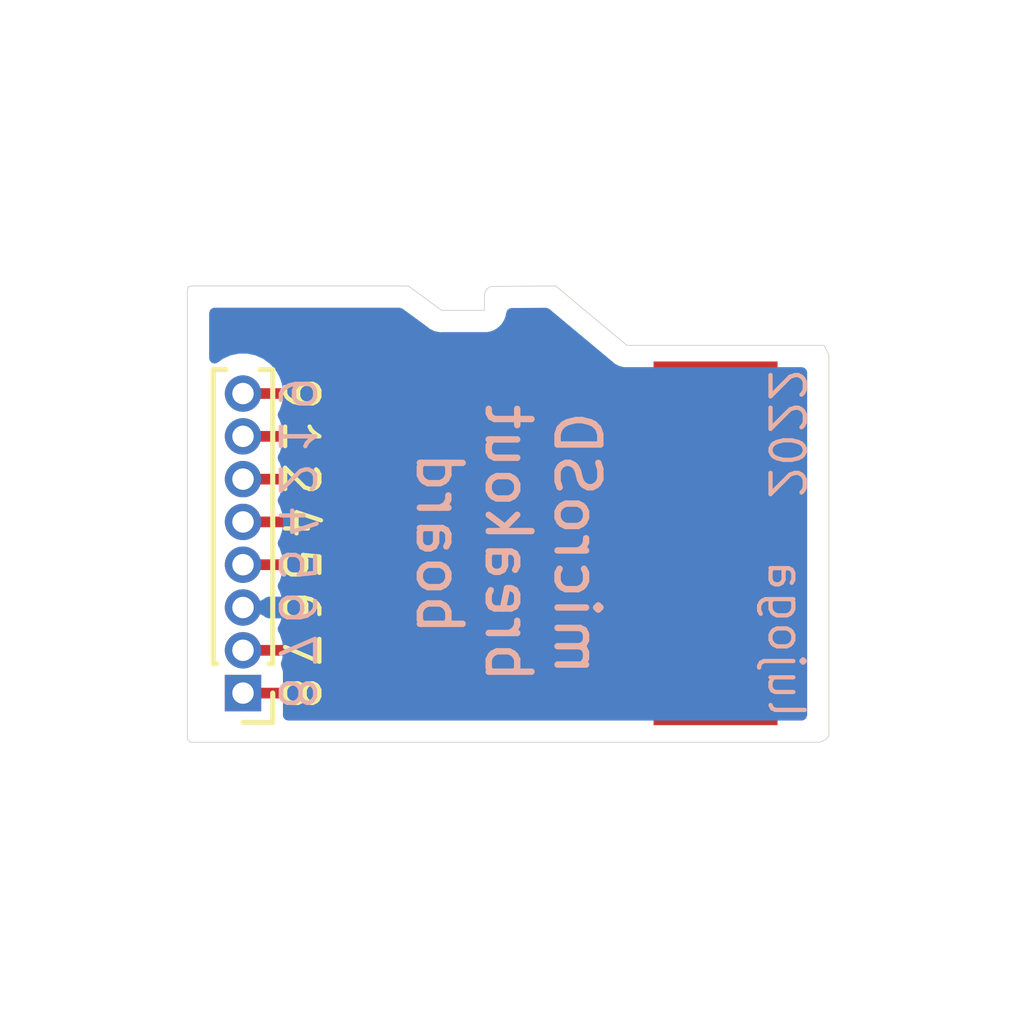
<source format=kicad_pcb>
(kicad_pcb (version 20211014) (generator pcbnew)
  (layers (0 "F.Cu" signal) (31 "B.Cu" signal) (36 "B.SilkS" user "B.Silkscreen") (37 "F.SilkS" user "F.Silkscreen") (38 "B.Mask" user) (39 "F.Mask" user) (44 "Edge.Cuts" user))
  (net 0 "")
  (net 1 "Net-(J1-Pad1)")
  (net 2 "Net-(J1-Pad2)")
  (net 3 "Net-(J1-Pad3)")
  (net 4 "Net-(J1-Pad4)")
  (net 5 "Net-(J1-Pad5)")
  (net 6 "Net-(J1-Pad6)")
  (net 7 "Net-(J1-Pad7)")
  (net 8 "Net-(J1-Pad8)")
  (footprint "kikit:Tab" (layer "F.Cu") (at 144.6 105.25 90)
    (fp_text reference "REF**" hide)
    (fp_text value "Tab")
  )
  (footprint "kikit:Tab" (layer "F.Cu") (at 144.6 94 -90)
    (fp_text reference "REF**" hide)
    (fp_text value "Tab")
  )
  (footprint "kikit:Tab" (layer "F.Cu") (at 154.5 105.25 90)
    (fp_text reference "REF**" hide)
    (fp_text value "Tab")
  )
  (footprint "microsd-breakout:microSD" (layer "F.Cu") (at 142 105)
    (fp_text reference "SD1" hide)
    (fp_text value "Micro_SD_Card")
    (fp_line (start 0.013718 -10.639738) (end 0 -10.53979) (layer "Edge.Cuts") (width 0.02))
    (fp_line (start 0.103867 0) (end 14.774637 0) (layer "Edge.Cuts") (width 0.02))
    (fp_line (start 15.000009 -9.054291) (end 14.888303 -9.275744) (layer "Edge.Cuts") (width 0.02))
    (fp_line (start 5.16593 -10.665214) (end 0.092109 -10.665214) (layer "Edge.Cuts") (width 0.02))
    (fp_line (start 5.943955 -10.094924) (end 5.16593 -10.665214) (layer "Edge.Cuts") (width 0.02))
    (fp_line (start 10.276986 -9.275744) (end 8.611189 -10.665214) (layer "Edge.Cuts") (width 0.02))
    (fp_line (start 6.945392 -10.484916) (end 6.945392 -10.094924) (layer "Edge.Cuts") (width 0.02))
    (fp_line (start 15.000009 -0.151098) (end 15.000009 -9.054291) (layer "Edge.Cuts") (width 0.02))
    (fp_line (start 14.888303 -9.275744) (end 10.276986 -9.275744) (layer "Edge.Cuts") (width 0.02))
    (fp_line (start 0.052914 -0.011955) (end 0.103867 0) (layer "Edge.Cuts") (width 0.02))
    (fp_line (start 0 -0.078587) (end 0.052914 -0.011955) (layer "Edge.Cuts") (width 0.02))
    (fp_line (start 14.919659 -0.059186) (end 15.000009 -0.151098) (layer "Edge.Cuts") (width 0.02))
    (fp_line (start 6.945392 -10.094924) (end 5.943955 -10.094924) (layer "Edge.Cuts") (width 0.02))
    (fp_line (start 7.000266 -10.596623) (end 6.945392 -10.484916) (layer "Edge.Cuts") (width 0.02))
    (fp_line (start 7.094334 -10.653456) (end 7.000266 -10.596623) (layer "Edge.Cuts") (width 0.02))
    (fp_line (start 0 -10.53979) (end 0 -0.078587) (layer "Edge.Cuts") (width 0.02))
    (fp_line (start 14.774637 0) (end 14.919659 -0.059186) (layer "Edge.Cuts") (width 0.02))
    (fp_line (start 8.611189 -10.665214) (end 7.094334 -10.653456) (layer "Edge.Cuts") (width 0.02))
    (fp_line (start 0.092109 -10.665214) (end 0.013718 -10.639738) (layer "Edge.Cuts") (width 0.02))
    (pad "1" connect rect (at 12.35 -7.4) (size 2.9 0.8) (layers "F.Cu" "F.Mask") (net 7 "Net-(J1-Pad7)"))
    (pad "2" connect rect (at 12.35 -6.3) (size 2.9 0.8) (layers "F.Cu" "F.Mask") (net 6 "Net-(J1-Pad6)"))
    (pad "4" connect rect (at 12.5 -5.2) (size 3.2 0.8) (layers "F.Cu" "F.Mask") (net 5 "Net-(J1-Pad5)"))
    (pad "5" connect rect (at 12.35 -4.1) (size 2.9 0.8) (layers "F.Cu" "F.Mask") (net 4 "Net-(J1-Pad4)"))
    (pad "6" connect rect (at 12.5 -3) (size 3.2 0.8) (layers "F.Cu" "F.Mask") (net 3 "Net-(J1-Pad3)"))
    (pad "7" connect rect (at 12.35 -1.9) (size 2.9 0.8) (layers "F.Cu" "F.Mask") (net 2 "Net-(J1-Pad2)"))
    (pad "8" connect rect (at 12.35 -0.8) (size 2.9 0.8) (layers "F.Cu" "F.Mask") (net 1 "Net-(J1-Pad1)"))
    (pad "9" connect rect (at 12.35 -8.5) (size 2.9 0.8) (layers "F.Cu" "F.Mask") (net 8 "Net-(J1-Pad8)"))
  )
  (footprint "Connector_PinHeader_1.00mm:PinHeader_1x08_P1.00mm_Vertical" (layer "F.Cu") (at 143.3 103.85 180)
    (fp_text reference "J1" hide)
    (fp_text value "Conn_01x08")
    (fp_line (start -0.695 0.685) (end -0.608276 0.685) (layer "F.SilkS") (width 0.12))
    (fp_line (start 0.608276 0.685) (end 0.695 0.685) (layer "F.SilkS") (width 0.12))
    (fp_line (start -0.695 0.685) (end -0.695 7.56) (layer "F.SilkS") (width 0.12))
    (fp_line (start 0.394493 7.56) (end 0.695 7.56) (layer "F.SilkS") (width 0.12))
    (fp_line (start -0.695 7.56) (end -0.394493 7.56) (layer "F.SilkS") (width 0.12))
    (fp_line (start 0.695 0.685) (end 0.695 7.56) (layer "F.SilkS") (width 0.12))
    (fp_line (start -0.695 -0.685) (end 0 -0.685) (layer "F.SilkS") (width 0.12))
    (fp_line (start -0.695 0) (end -0.695 -0.685) (layer "F.SilkS") (width 0.12))
    (pad "1" thru_hole rect (at 0 0 180) (size 0.85 0.85) (drill 0.5) (layers *.Cu *.Mask) (net 1 "Net-(J1-Pad1)"))
    (pad "2" thru_hole oval (at 0 1 180) (size 0.85 0.85) (drill 0.5) (layers *.Cu *.Mask) (net 2 "Net-(J1-Pad2)"))
    (pad "3" thru_hole oval (at 0 2 180) (size 0.85 0.85) (drill 0.5) (layers *.Cu *.Mask) (net 3 "Net-(J1-Pad3)"))
    (pad "4" thru_hole oval (at 0 3 180) (size 0.85 0.85) (drill 0.5) (layers *.Cu *.Mask) (net 4 "Net-(J1-Pad4)"))
    (pad "5" thru_hole oval (at 0 4 180) (size 0.85 0.85) (drill 0.5) (layers *.Cu *.Mask) (net 5 "Net-(J1-Pad5)"))
    (pad "6" thru_hole oval (at 0 5 180) (size 0.85 0.85) (drill 0.5) (layers *.Cu *.Mask) (net 6 "Net-(J1-Pad6)"))
    (pad "7" thru_hole oval (at 0 6 180) (size 0.85 0.85) (drill 0.5) (layers *.Cu *.Mask) (net 7 "Net-(J1-Pad7)"))
    (pad "8" thru_hole oval (at 0 7 180) (size 0.85 0.85) (drill 0.5) (layers *.Cu *.Mask) (net 8 "Net-(J1-Pad8)"))
  )
  (footprint "kikit:Tab" (layer "F.Cu") (at 154.5 95.5 -90)
    (fp_text reference "REF**" hide)
    (fp_text value "Tab")
  )
  (gr_text "4" (at 144.55 99.85 -90) (layer "B.SilkS") (effects (font (size 0.8 0.8) (thickness 0.1)) (justify mirror)))
  (gr_text "6" (at 144.55 101.85 -90) (layer "B.SilkS") (effects (font (size 0.8 0.8) (thickness 0.1)) (justify mirror)))
  (gr_text "5" (at 144.55 100.85 -90) (layer "B.SilkS") (effects (font (size 0.8 0.8) (thickness 0.1)) (justify mirror)))
  (gr_text "9" (at 144.55 96.85 -90) (layer "B.SilkS") (effects (font (size 0.8 0.8) (thickness 0.1)) (justify mirror)))
  (gr_text "lujoga" (at 156 104.5 -90) (layer "B.SilkS") (effects (font (size 0.8 0.8) (thickness 0.1)) (justify left mirror)))
  (gr_text "8" (at 144.55 103.85 -90) (layer "B.SilkS") (effects (font (size 0.8 0.8) (thickness 0.1)) (justify mirror)))
  (gr_text "2022" (at 156 96.2 -90) (layer "B.SilkS") (effects (font (size 0.8 0.8) (thickness 0.1)) (justify right mirror)))
  (gr_text "2" (at 144.55 98.85 -90) (layer "B.SilkS") (effects (font (size 0.8 0.8) (thickness 0.1)) (justify mirror)))
  (gr_text "1" (at 144.55 97.85 -90) (layer "B.SilkS") (effects (font (size 0.8 0.8) (thickness 0.1)) (justify mirror)))
  (gr_text "microSD\nbreakout\nboard" (at 149.5 100.35 -90) (layer "B.SilkS") (effects (font (size 1 1)) (justify mirror)))
  (gr_text "7" (at 144.55 102.85 -90) (layer "B.SilkS") (effects (font (size 0.8 0.8) (thickness 0.1)) (justify mirror)))
  (gr_text "6" (at 144.65 101.85 -90) (layer "F.SilkS") (effects (font (size 0.8 0.8) (thickness 0.1))))
  (gr_text "9" (at 144.65 96.85 -90) (layer "F.SilkS") (effects (font (size 0.8 0.8) (thickness 0.1))))
  (gr_text "5" (at 144.65 100.85 -90) (layer "F.SilkS") (effects (font (size 0.8 0.8) (thickness 0.1))))
  (gr_text "4" (at 144.65 99.85 -90) (layer "F.SilkS") (effects (font (size 0.8 0.8) (thickness 0.1))))
  (gr_text "2" (at 144.65 98.85 -90) (layer "F.SilkS") (effects (font (size 0.8 0.8) (thickness 0.1))))
  (gr_text "8" (at 144.65 103.85 -90) (layer "F.SilkS") (effects (font (size 0.8 0.8) (thickness 0.1))))
  (gr_text "1" (at 144.65 97.85 -90) (layer "F.SilkS") (effects (font (size 0.8 0.8) (thickness 0.1))))
  (gr_text "7" (at 144.65 102.85 -90) (layer "F.SilkS") (effects (font (size 0.8 0.8) (thickness 0.1))))
  (segment (start 152.35 104.2) (end 154.35 104.2) (width 0.25) (layer "F.Cu") (net 1))
  (segment (start 143.3 103.85) (end 152 103.85) (width 0.25) (layer "F.Cu") (net 1))
  (segment (start 152 103.85) (end 152.35 104.2) (width 0.25) (layer "F.Cu") (net 1))
  (segment (start 152 102.85) (end 152.25 103.1) (width 0.25) (layer "F.Cu") (net 2))
  (segment (start 152.25 103.1) (end 154.35 103.1) (width 0.25) (layer "F.Cu") (net 2))
  (segment (start 143.3 102.85) (end 152 102.85) (width 0.25) (layer "F.Cu") (net 2))
  (segment (start 143.3 101.85) (end 152 101.85) (width 0.25) (layer "F.Cu") (net 3))
  (segment (start 152 101.85) (end 152.15 102) (width 0.25) (layer "F.Cu") (net 3))
  (segment (start 152.15 102) (end 154.5 102) (width 0.25) (layer "F.Cu") (net 3))
  (segment (start 152.05 100.9) (end 154.35 100.9) (width 0.25) (layer "F.Cu") (net 4))
  (segment (start 152 100.85) (end 152.05 100.9) (width 0.25) (layer "F.Cu") (net 4))
  (segment (start 143.3 100.85) (end 152 100.85) (width 0.25) (layer "F.Cu") (net 4))
  (segment (start 152 99.85) (end 152.05 99.8) (width 0.25) (layer "F.Cu") (net 5))
  (segment (start 152.05 99.8) (end 154.5 99.8) (width 0.25) (layer "F.Cu") (net 5))
  (segment (start 143.3 99.85) (end 152 99.85) (width 0.25) (layer "F.Cu") (net 5))
  (segment (start 143.3 98.85) (end 152 98.85) (width 0.25) (layer "F.Cu") (net 6))
  (segment (start 152 98.85) (end 152.15 98.7) (width 0.25) (layer "F.Cu") (net 6))
  (segment (start 152.15 98.7) (end 154.35 98.7) (width 0.25) (layer "F.Cu") (net 6))
  (segment (start 152 97.85) (end 152.25 97.6) (width 0.25) (layer "F.Cu") (net 7))
  (segment (start 143.3 97.85) (end 152 97.85) (width 0.25) (layer "F.Cu") (net 7))
  (segment (start 152.25 97.6) (end 154.35 97.6) (width 0.25) (layer "F.Cu") (net 7))
  (segment (start 143.3 96.85) (end 152 96.85) (width 0.25) (layer "F.Cu") (net 8))
  (segment (start 152.35 96.5) (end 154.35 96.5) (width 0.25) (layer "F.Cu") (net 8))
  (segment (start 152 96.85) (end 152.35 96.5) (width 0.25) (layer "F.Cu") (net 8))
  (zone (net 3) (net_name "Net-(J1-Pad3)") (layer "B.Cu") (connect_pads (clearance 0.508)) (min_thickness 0.254) (fill yes (thermal_gap 0.508) (thermal_bridge_width 0.508))
    (polygon (pts (xy 147.95 94.9) (xy 148.95 94.9) (xy 148.95 94.3) (xy 150.6 94.3) (xy 152.25 95.7) (xy 157 95.7) (xy 157 105) (xy 142 105) (xy 142 94.3) (xy 147.15 94.3)))
  )
)
</source>
